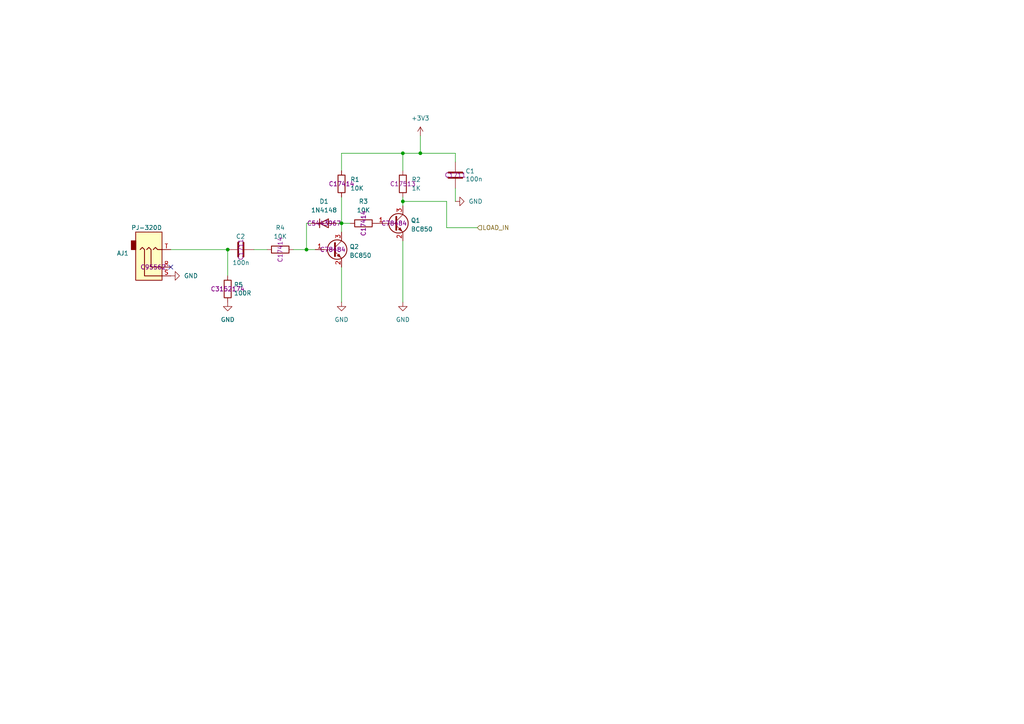
<source format=kicad_sch>
(kicad_sch (version 20250114) (generator "eeschema") (generator_version "9.0")
  (paper "A4")
  (title_block (title "MiniFRANK RM1") (date "2025-04-07") (rev "${VERSION}") (company "Mikhail Matveev") (comment 1 "https://github.com/xtremespb/frank"))
  (lib_symbols
    (symbol "BC850_1" (pin_names (offset 0) (hide yes))
      (property "Reference" "Q" (at 5.08 1.905 0))
      (property "Value" "BC850" (at 5.08 0 0))
      (symbol "BC850_1_0_1"
        (polyline (pts (xy -2.54 0) (xy 0.635 0)))
        (polyline (pts (xy 0.635 1.905) (xy 0.635 -1.905)) (stroke (width 0.508)))
        (circle (center 1.27 0) (radius 2.8194) (stroke (width 0.254)))
      )
      (symbol "BC850_1_1_1"
        (polyline (pts (xy 0.635 0.635) (xy 2.54 2.54)))
        (polyline (pts (xy 0.635 -0.635) (xy 2.54 -2.54)))
        (polyline (pts (xy 1.27 -1.778) (xy 1.778 -1.27) (xy 2.286 -2.286) (xy 1.27 -1.778)) (fill (type outline)))
        (pin input line (at -5.08 0 0) (length 2.54) (name "B") (number "1"))
        (pin passive line (at 2.54 5.08 270) (length 2.54) (name "C") (number "3"))
        (pin passive line (at 2.54 -5.08 90) (length 2.54) (name "E") (number "2"))
      )
    )
    (symbol "Device:C" (pin_numbers (hide yes)) (pin_names (offset 0.254))
      (property "Reference" "C" (at 0.635 2.54 0))
      (property "Value" "C" (at 0.635 -2.54 0))
      (symbol "C_0_1"
        (polyline (pts (xy -2.032 0.762) (xy 2.032 0.762)) (stroke (width 0.508)))
        (polyline (pts (xy -2.032 -0.762) (xy 2.032 -0.762)) (stroke (width 0.508)))
      )
      (symbol "C_1_1"
        (pin passive line (at 0 3.81 270) (length 2.794) (name "~") (number "1"))
        (pin passive line (at 0 -3.81 90) (length 2.794) (name "~") (number "2"))
      )
    )
    (symbol "Device:D" (pin_numbers (hide yes)) (pin_names (offset 1.016) (hide yes))
      (property "Reference" "D" (at 0 2.54 0))
      (property "Value" "D" (at 0 -2.54 0))
      (symbol "D_0_1"
        (polyline (pts (xy -1.27 1.27) (xy -1.27 -1.27)) (stroke (width 0.254)))
        (polyline (pts (xy 1.27 1.27) (xy 1.27 -1.27) (xy -1.27 0) (xy 1.27 1.27)) (stroke (width 0.254)))
        (polyline (pts (xy 1.27 0) (xy -1.27 0)))
      )
      (symbol "D_1_1"
        (pin passive line (at -3.81 0 0) (length 2.54) (name "K") (number "1"))
        (pin passive line (at 3.81 0 180) (length 2.54) (name "A") (number "2"))
      )
    )
    (symbol "Device:R" (pin_numbers (hide yes)) (pin_names (offset 0))
      (property "Reference" "R" (at 2.032 0 90))
      (property "Value" "R" (at 0 0 90))
      (symbol "R_0_1"
        (rectangle (start -1.016 -2.54) (end 1.016 2.54) (stroke (width 0.254)))
      )
      (symbol "R_1_1"
        (pin passive line (at 0 3.81 270) (length 1.27) (name "~") (number "1"))
        (pin passive line (at 0 -3.81 90) (length 1.27) (name "~") (number "2"))
      )
    )
    (symbol "FRANK:AudioJack_3.5mm"
      (property "Reference" "AJ2" (at -7.1119 -4.0097 0))
      (symbol "AudioJack_3.5mm_0_1"
        (rectangle (start -5.08 -5.08) (end -6.35 -7.62) (stroke (width 0.254)) (fill (type outline)))
        (polyline (pts (xy -1.905 -5.08) (xy -1.27 -5.715) (xy -0.635 -5.08) (xy -0.635 0) (xy 2.54 0)) (stroke (width 0.254)))
        (polyline (pts (xy 0 -5.08) (xy 0.635 -5.715) (xy 1.27 -5.08) (xy 2.54 -5.08)) (stroke (width 0.254)))
        (rectangle (start 2.54 3.81) (end -5.08 -10.16) (stroke (width 0.254)) (fill (type background)))
        (polyline (pts (xy 2.54 2.54) (xy -2.54 2.54) (xy -2.54 -5.08) (xy -3.175 -5.715) (xy -3.81 -5.08)) (stroke (width 0.254)))
      )
      (symbol "AudioJack_3.5mm_1_1"
        (pin passive line (at 5.08 2.54 180) (length 2.54) (name "~") (number "S"))
        (pin passive line (at 5.08 0 180) (length 2.54) (name "~") (number "R"))
        (pin passive line (at 5.08 -5.08 180) (length 2.54) (name "~") (number "T"))
      )
    )
    (symbol "GND_1" (power) (pin_numbers (hide yes)) (pin_names (offset 0) (hide yes))
      (property "Value" "GND" (at 0 -3.81 0))
      (symbol "GND_1_0_1"
        (polyline (pts (xy 0 0) (xy 0 -1.27) (xy 1.27 -1.27) (xy 0 -2.54) (xy -1.27 -1.27) (xy 0 -1.27)))
      )
      (symbol "GND_1_1_1"
        (pin power_in line (at 0 0 270) (length 0) (name "~") (number "1"))
      )
    )
    (symbol "GND_2" (power) (pin_numbers (hide yes)) (pin_names (offset 0) (hide yes))
      (property "Value" "GND" (at 0 -3.81 0))
      (symbol "GND_2_0_1"
        (polyline (pts (xy 0 0) (xy 0 -1.27) (xy 1.27 -1.27) (xy 0 -2.54) (xy -1.27 -1.27) (xy 0 -1.27)))
      )
      (symbol "GND_2_1_1"
        (pin power_in line (at 0 0 270) (length 0) (name "~") (number "1"))
      )
    )
    (symbol "GND_3" (power) (pin_numbers (hide yes)) (pin_names (offset 0) (hide yes))
      (property "Value" "GND" (at 0 -3.81 0))
      (symbol "GND_3_0_1"
        (polyline (pts (xy 0 0) (xy 0 -1.27) (xy 1.27 -1.27) (xy 0 -2.54) (xy -1.27 -1.27) (xy 0 -1.27)))
      )
      (symbol "GND_3_1_1"
        (pin power_in line (at 0 0 270) (length 0) (name "~") (number "1"))
      )
    )
    (symbol "GND_4" (power) (pin_numbers (hide yes)) (pin_names (offset 0) (hide yes))
      (property "Value" "GND" (at 0 -3.81 0))
      (symbol "GND_4_0_1"
        (polyline (pts (xy 0 0) (xy 0 -1.27) (xy 1.27 -1.27) (xy 0 -2.54) (xy -1.27 -1.27) (xy 0 -1.27)))
      )
      (symbol "GND_4_1_1"
        (pin power_in line (at 0 0 270) (length 0) (name "~") (number "1"))
      )
    )
    (symbol "Transistor_BJT:BC850" (pin_names (offset 0) (hide yes))
      (property "Reference" "Q" (at 5.08 1.905 0))
      (property "Value" "BC850" (at 5.08 0 0))
      (symbol "BC850_0_1"
        (polyline (pts (xy -2.54 0) (xy 0.635 0)))
        (polyline (pts (xy 0.635 1.905) (xy 0.635 -1.905)) (stroke (width 0.508)))
        (circle (center 1.27 0) (radius 2.8194) (stroke (width 0.254)))
      )
      (symbol "BC850_1_1"
        (polyline (pts (xy 0.635 0.635) (xy 2.54 2.54)))
        (polyline (pts (xy 0.635 -0.635) (xy 2.54 -2.54)))
        (polyline (pts (xy 1.27 -1.778) (xy 1.778 -1.27) (xy 2.286 -2.286) (xy 1.27 -1.778)) (fill (type outline)))
        (pin input line (at -5.08 0 0) (length 2.54) (name "B") (number "1"))
        (pin passive line (at 2.54 5.08 270) (length 2.54) (name "C") (number "3"))
        (pin passive line (at 2.54 -5.08 90) (length 2.54) (name "E") (number "2"))
      )
    )
    (symbol "power:+3V3" (power) (pin_numbers (hide yes)) (pin_names (offset 0) (hide yes))
      (property "Value" "+3V3" (at 0 3.556 0))
      (symbol "+3V3_0_1"
        (polyline (pts (xy -0.762 1.27) (xy 0 2.54)))
        (polyline (pts (xy 0 2.54) (xy 0.762 1.27)))
        (polyline (pts (xy 0 0) (xy 0 2.54)))
      )
      (symbol "+3V3_1_1"
        (pin power_in line (at 0 0 90) (length 0) (name "~") (number "1"))
      )
    )
    (symbol "power:GND" (power) (pin_numbers (hide yes)) (pin_names (offset 0) (hide yes))
      (property "Value" "GND" (at 0 -3.81 0))
      (symbol "GND_0_1"
        (polyline (pts (xy 0 0) (xy 0 -1.27) (xy 1.27 -1.27) (xy 0 -2.54) (xy -1.27 -1.27) (xy 0 -1.27)))
      )
      (symbol "GND_1_1"
        (pin power_in line (at 0 0 270) (length 0) (name "~") (number "1"))
      )
    )
  )
  (junction (at 116.84 58.42))
  (junction (at 88.9 72.39))
  (junction (at 66.04 72.39))
  (junction (at 99.06 64.77))
  (junction (at 121.92 44.45))
  (junction (at 116.84 44.45))
  (no_connect (at 49.53 77.47))
  (wire (pts (xy 116.84 58.42) (xy 129.54 58.42)))
  (wire (pts (xy 99.06 64.77) (xy 99.06 67.31)))
  (wire (pts (xy 85.09 72.39) (xy 88.9 72.39)))
  (wire (pts (xy 121.92 44.45) (xy 132.08 44.45)))
  (wire (pts (xy 129.54 58.42) (xy 129.54 66.04)))
  (wire (pts (xy 97.79 64.77) (xy 99.06 64.77)))
  (wire (pts (xy 88.9 72.39) (xy 91.44 72.39)))
  (wire (pts (xy 116.84 58.42) (xy 116.84 59.69)))
  (wire (pts (xy 90.17 64.77) (xy 88.9 64.77)))
  (wire (pts (xy 129.54 66.04) (xy 138.43 66.04)))
  (wire (pts (xy 88.9 64.77) (xy 88.9 72.39)))
  (wire (pts (xy 73.66 72.39) (xy 77.47 72.39)))
  (wire (pts (xy 116.84 44.45) (xy 121.92 44.45)))
  (wire (pts (xy 99.06 77.47) (xy 99.06 87.63)))
  (wire (pts (xy 116.84 44.45) (xy 116.84 49.53)))
  (wire (pts (xy 99.06 44.45) (xy 99.06 49.53)))
  (wire (pts (xy 121.92 39.37) (xy 121.92 44.45)))
  (wire (pts (xy 116.84 69.85) (xy 116.84 87.63)))
  (wire (pts (xy 132.08 54.61) (xy 132.08 58.42)))
  (wire (pts (xy 99.06 44.45) (xy 116.84 44.45)))
  (wire (pts (xy 132.08 44.45) (xy 132.08 46.99)))
  (wire (pts (xy 49.53 72.39) (xy 66.04 72.39)))
  (wire (pts (xy 99.06 57.15) (xy 99.06 64.77)))
  (wire (pts (xy 116.84 57.15) (xy 116.84 58.42)))
  (wire (pts (xy 66.04 72.39) (xy 66.04 80.01)))
  (wire (pts (xy 99.06 64.77) (xy 101.6 64.77)))
  (hierarchical_label "LOAD_IN" (shape input) (at 138.43 66.04 0))
  (symbol (lib_id "Device:D") (at 93.98 64.77 0) (unit 1)
    (property "Reference" "D7" (at 93.98 58.42 0))
    (property "Value" "1N4148" (at 93.98 60.96 0))
    (property "Footprint" "FRANK:Diode (SOD-323)" (effects (hide yes)))
    (property "Datasheet" "https://www.vishay.com/docs/85748/1n4148w.pdf" (effects (hide yes)))
    (property "Description" "Diode" (effects (hide yes)))
    (property "Sim.Device" "D" (effects (hide yes)))
    (property "Sim.Pins" "1=K 2=A" (effects (hide yes)))
    (property "AliExpress" "https://www.aliexpress.com/item/1005005707644429.html" (effects (hide yes)))
    (property "LCSC" "C5443967" (at 93.98 64.77 0))
    (instances (project "" (path "" (reference "D1") (unit 1))) (project "minifrank_rm24" (path "" (reference "D7") (unit 1))))
  )
  (symbol (lib_name "GND_2") (lib_id "power:GND") (at 99.06 87.63 0) (unit 1)
    (property "Reference" "#PWR087" (effects (hide yes)))
    (property "Value" "GND" (at 99.06 92.71 0))
    (property "Description" "Power symbol creates a global label with name \"GND\" , ground" (effects (hide yes)))
    (instances (project "" (path "" (reference "#PWR07") (unit 1))) (project "minifrank_rm24" (path "" (reference "#PWR087") (unit 1))))
  )
  (symbol (lib_id "Device:R") (at 105.41 64.77 90) (unit 1)
    (property "Reference" "R61" (at 105.41 58.42 90))
    (property "Value" "10K" (at 105.41 60.96 90))
    (property "Footprint" "FRANK:Resistor (0805)" (effects (hide yes)))
    (property "Datasheet" "https://www.vishay.com/docs/28952/mcs0402at-mct0603at-mcu0805at-mca1206at.pdf" (effects (hide yes)))
    (property "AliExpress" "https://www.aliexpress.com/item/1005005945735199.html" (effects (hide yes)))
    (property "LCSC" "C17414" (at 105.41 64.77 0))
    (instances (project "38NJU24" (path "" (reference "R3") (unit 1))) (project "minifrank_rm24" (path "" (reference "R61") (unit 1))))
  )
  (symbol (lib_id "power:GND") (at 66.04 87.63 0) (unit 1)
    (property "Reference" "#PWR086" (effects (hide yes)))
    (property "Value" "GND" (at 66.04 92.71 0))
    (property "Description" "Power symbol creates a global label with name \"GND\" , ground" (effects (hide yes)))
    (instances (project "" (path "" (reference "#PWR06") (unit 1))) (project "minifrank_rm24" (path "" (reference "#PWR086") (unit 1))))
  )
  (symbol (lib_id "Device:R") (at 116.84 53.34 0) (unit 1)
    (property "Reference" "R60" (at 119.38 52.0699 0) (effects (justify left)))
    (property "Value" "1K" (at 119.38 54.6099 0) (effects (justify left)))
    (property "Footprint" "FRANK:Resistor (0805)" (effects (hide yes)))
    (property "Datasheet" "https://www.vishay.com/docs/28952/mcs0402at-mct0603at-mcu0805at-mca1206at.pdf" (effects (hide yes)))
    (property "AliExpress" "https://www.aliexpress.com/item/1005005945735199.html" (effects (hide yes)))
    (property "LCSC" "C17513" (at 116.84 53.34 0))
    (instances (project "38NJU24" (path "" (reference "R2") (unit 1))) (project "minifrank_rm24" (path "" (reference "R60") (unit 1))))
  )
  (symbol (lib_id "FRANK:AudioJack_3.5mm") (at 44.45 77.47 0) (mirror x) (unit 1)
    (property "Reference" "J4" (at 37.3381 73.4603 0) (effects (justify right)))
    (property "Value" "PJ-320D" (at 46.99 66.04 0) (effects (justify right)))
    (property "Footprint" "FRANK:Jack (3.5mm, PJ-320D)" (effects (hide yes)))
    (property "Datasheet" "https://www.lcsc.com/datasheet/lcsc_datasheet_1810121716_Korean-Hroparts-Elec-PJ-320D-4A_C95562.pdf" (effects (hide yes)))
    (property "AliExpress" "https://www.aliexpress.com/item/4001158231104.html" (effects (hide yes)))
    (property "LCSC" "C95562" (at 44.45 77.47 0))
    (instances (project "38NJU24" (path "" (reference "AJ1") (unit 1))) (project "minifrank_rm24" (path "" (reference "J4") (unit 1))))
  )
  (symbol (lib_id "Device:C") (at 69.85 72.39 90) (unit 1)
    (property "Reference" "C36" (at 71.12 68.58 90) (effects (justify left)))
    (property "Value" "100n" (at 72.39 76.2 90) (effects (justify left)))
    (property "Footprint" "FRANK:Capacitor (0805)" (effects (hide yes)))
    (property "Datasheet" "https://eu.mouser.com/datasheet/2/40/KGM_X7R-3223212.pdf" (effects (hide yes)))
    (property "AliExpress" "https://www.aliexpress.com/item/33008008276.html" (effects (hide yes)))
    (property "LCSC" "C1711" (at 69.85 72.39 0))
    (instances (project "38NJU24" (path "" (reference "C2") (unit 1))) (project "minifrank_rm24" (path "" (reference "C36") (unit 1))))
  )
  (symbol (lib_name "GND_1") (lib_id "power:GND") (at 49.53 80.01 90) (unit 1)
    (property "Reference" "#PWR085" (effects (hide yes)))
    (property "Value" "GND" (at 53.34 80.0099 90) (effects (justify right)))
    (property "Description" "Power symbol creates a global label with name \"GND\" , ground" (effects (hide yes)))
    (instances (project "" (path "" (reference "#PWR05") (unit 1))) (project "minifrank_rm24" (path "" (reference "#PWR085") (unit 1))))
  )
  (symbol (lib_id "Device:R") (at 81.28 72.39 90) (unit 1)
    (property "Reference" "R62" (at 81.28 66.04 90))
    (property "Value" "10K" (at 81.28 68.58 90))
    (property "Footprint" "FRANK:Resistor (0805)" (effects (hide yes)))
    (property "Datasheet" "https://www.vishay.com/docs/28952/mcs0402at-mct0603at-mcu0805at-mca1206at.pdf" (effects (hide yes)))
    (property "AliExpress" "https://www.aliexpress.com/item/1005005945735199.html" (effects (hide yes)))
    (property "LCSC" "C17414" (at 81.28 72.39 0))
    (instances (project "38NJU24" (path "" (reference "R4") (unit 1))) (project "minifrank_rm24" (path "" (reference "R62") (unit 1))))
  )
  (symbol (lib_name "GND_4") (lib_id "power:GND") (at 132.08 58.42 90) (unit 1)
    (property "Reference" "#PWR084" (effects (hide yes)))
    (property "Value" "GND" (at 135.89 58.4199 90) (effects (justify right)))
    (property "Description" "Power symbol creates a global label with name \"GND\" , ground" (effects (hide yes)))
    (instances (project "" (path "" (reference "#PWR04") (unit 1))) (project "minifrank_rm24" (path "" (reference "#PWR084") (unit 1))))
  )
  (symbol (lib_name "GND_3") (lib_id "power:GND") (at 116.84 87.63 0) (unit 1)
    (property "Reference" "#PWR088" (effects (hide yes)))
    (property "Value" "GND" (at 116.84 92.71 0))
    (property "Description" "Power symbol creates a global label with name \"GND\" , ground" (effects (hide yes)))
    (instances (project "" (path "" (reference "#PWR08") (unit 1))) (project "minifrank_rm24" (path "" (reference "#PWR088") (unit 1))))
  )
  (symbol (lib_id "power:+3V3") (at 121.92 39.37 0) (unit 1)
    (property "Reference" "#PWR083" (effects (hide yes)))
    (property "Value" "+3V3" (at 121.92 34.29 0))
    (property "Description" "Power symbol creates a global label with name \"+3V3\"" (effects (hide yes)))
    (instances (project "" (path "" (reference "#PWR03") (unit 1))) (project "minifrank_rm24" (path "" (reference "#PWR083") (unit 1))))
  )
  (symbol (lib_id "Device:C") (at 132.08 50.8 0) (unit 1)
    (property "Reference" "C35" (at 135.001 49.6316 0) (effects (justify left)))
    (property "Value" "100n" (at 135.001 51.943 0) (effects (justify left)))
    (property "Footprint" "FRANK:Capacitor (0805)" (effects (hide yes)))
    (property "Datasheet" "https://eu.mouser.com/datasheet/2/40/KGM_X7R-3223212.pdf" (effects (hide yes)))
    (property "AliExpress" "https://www.aliexpress.com/item/33008008276.html" (effects (hide yes)))
    (property "LCSC" "C1711" (at 132.08 50.8 0))
    (instances (project "38NJU24" (path "" (reference "C1") (unit 1))) (project "minifrank_rm24" (path "" (reference "C35") (unit 1))))
  )
  (symbol (lib_id "Device:R") (at 66.04 83.82 0) (unit 1)
    (property "Reference" "R63" (at 67.818 82.6078 0) (effects (justify left)))
    (property "Value" "100R" (at 67.818 85.0321 0) (effects (justify left)))
    (property "Footprint" "FRANK:Resistor (0805)" (effects (hide yes)))
    (property "Datasheet" "https://www.vishay.com/docs/28952/mcs0402at-mct0603at-mcu0805at-mca1206at.pdf" (effects (hide yes)))
    (property "AliExpress" "https://www.aliexpress.com/item/1005005945735199.html" (effects (hide yes)))
    (property "LCSC" "C3152174" (at 66.04 83.82 0))
    (instances (project "38NJU24" (path "" (reference "R5") (unit 1))) (project "minifrank_rm24" (path "" (reference "R63") (unit 1))))
  )
  (symbol (lib_name "BC850_1") (lib_id "Transistor_BJT:BC850") (at 96.52 72.39 0) (unit 1)
    (property "Reference" "Q2" (at 101.3714 71.5553 0) (effects (justify left)))
    (property "Value" "BC850" (at 101.3714 74.0922 0) (effects (justify left)))
    (property "Footprint" "FRANK:SOT-23" (effects (hide yes)))
    (property "Datasheet" "http://www.infineon.com/dgdl/Infineon-BC847SERIES_BC848SERIES_BC849SERIES_BC850SERIES-DS-v01_01-en.pdf?fileId=db3a304314dca389011541d4630a1657" (effects (hide yes)))
    (property "Description" "0.1A Ic, 45V Vce, NPN Transistor, SOT-23" (effects (hide yes)))
    (property "AliExpress" "https://www.aliexpress.com/item/1005005008637286.html" (effects (hide yes)))
    (property "LCSC" "C78484" (at 96.52 72.39 0))
  )
  (symbol (lib_id "Device:R") (at 99.06 53.34 0) (unit 1)
    (property "Reference" "R59" (at 101.6 52.0699 0) (effects (justify left)))
    (property "Value" "10K" (at 101.6 54.6099 0) (effects (justify left)))
    (property "Footprint" "FRANK:Resistor (0805)" (effects (hide yes)))
    (property "Datasheet" "https://www.vishay.com/docs/28952/mcs0402at-mct0603at-mcu0805at-mca1206at.pdf" (effects (hide yes)))
    (property "AliExpress" "https://www.aliexpress.com/item/1005005945735199.html" (effects (hide yes)))
    (property "LCSC" "C17414" (at 99.06 53.34 0))
    (instances (project "38NJU24" (path "" (reference "R1") (unit 1))) (project "minifrank_rm24" (path "" (reference "R59") (unit 1))))
  )
  (symbol (lib_id "Transistor_BJT:BC850") (at 114.3 64.77 0) (unit 1)
    (property "Reference" "Q1" (at 119.1514 63.9353 0) (effects (justify left)))
    (property "Value" "BC850" (at 119.1514 66.4722 0) (effects (justify left)))
    (property "Footprint" "FRANK:SOT-23" (effects (hide yes)))
    (property "Datasheet" "http://www.infineon.com/dgdl/Infineon-BC847SERIES_BC848SERIES_BC849SERIES_BC850SERIES-DS-v01_01-en.pdf?fileId=db3a304314dca389011541d4630a1657" (effects (hide yes)))
    (property "Description" "0.1A Ic, 45V Vce, NPN Transistor, SOT-23" (effects (hide yes)))
    (property "AliExpress" "https://www.aliexpress.com/item/1005005008637286.html" (effects (hide yes)))
    (property "LCSC" "C78484" (at 114.3 64.77 0))
  )
)
</source>
